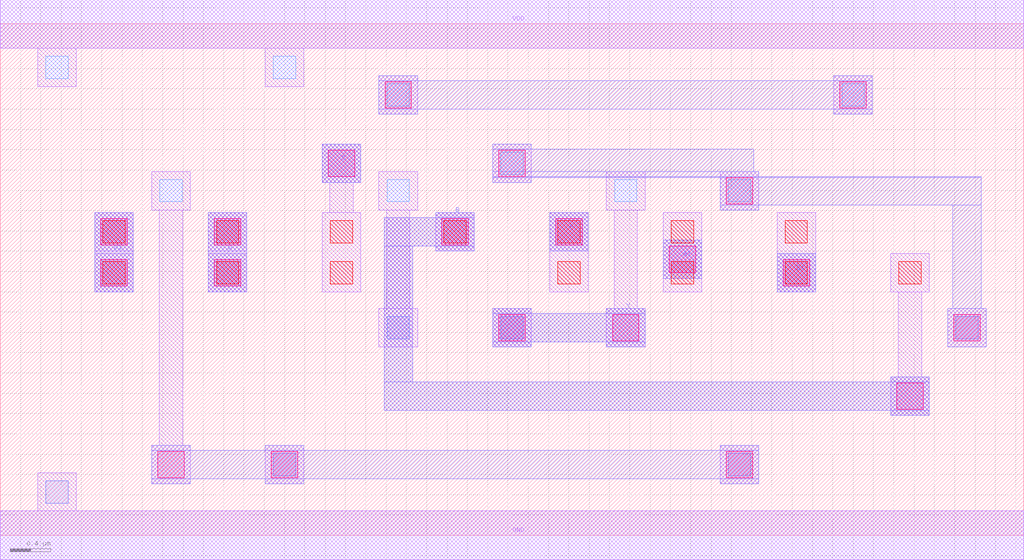
<source format=lef>
MACRO AAOAI2212
 CLASS CORE ;
 FOREIGN AAOAI2212 0 0 ;
 SIZE 10.08 BY 5.04 ;
 ORIGIN 0 0 ;
 SYMMETRY X Y R90 ;
 SITE unit ;
  PIN VDD
   DIRECTION INOUT ;
   USE POWER ;
   SHAPE ABUTMENT ;
    PORT
     CLASS CORE ;
       LAYER met1 ;
        RECT 0.00000000 4.80000000 10.08000000 5.28000000 ;
    END
  END VDD

  PIN GND
   DIRECTION INOUT ;
   USE POWER ;
   SHAPE ABUTMENT ;
    PORT
     CLASS CORE ;
       LAYER met1 ;
        RECT 0.00000000 -0.24000000 10.08000000 0.24000000 ;
    END
  END GND

  PIN Y
   DIRECTION INOUT ;
   USE SIGNAL ;
   SHAPE ABUTMENT ;
    PORT
     CLASS CORE ;
       LAYER met2 ;
        RECT 4.85000000 1.85700000 5.23000000 1.90700000 ;
        RECT 5.97000000 1.85700000 6.35000000 1.90700000 ;
        RECT 4.85000000 1.90700000 6.35000000 2.18700000 ;
        RECT 4.85000000 2.18700000 5.23000000 2.23700000 ;
        RECT 5.97000000 2.18700000 6.35000000 2.23700000 ;
    END
  END Y

  PIN D1
   DIRECTION INOUT ;
   USE SIGNAL ;
   SHAPE ABUTMENT ;
    PORT
     CLASS CORE ;
       LAYER met2 ;
        RECT 0.93000000 2.39700000 1.31000000 3.18200000 ;
    END
  END D1

  PIN D
   DIRECTION INOUT ;
   USE SIGNAL ;
   SHAPE ABUTMENT ;
    PORT
     CLASS CORE ;
       LAYER met2 ;
        RECT 2.05000000 2.39700000 2.43000000 3.18200000 ;
    END
  END D

  PIN A1
   DIRECTION INOUT ;
   USE SIGNAL ;
   SHAPE ABUTMENT ;
    PORT
     CLASS CORE ;
       LAYER met2 ;
        RECT 6.53000000 2.53200000 6.91000000 2.91200000 ;
    END
  END A1

  PIN C
   DIRECTION INOUT ;
   USE SIGNAL ;
   SHAPE ABUTMENT ;
    PORT
     CLASS CORE ;
       LAYER met2 ;
        RECT 3.17000000 3.47700000 3.55000000 3.85700000 ;
    END
  END C

  PIN A
   DIRECTION INOUT ;
   USE SIGNAL ;
   SHAPE ABUTMENT ;
    PORT
     CLASS CORE ;
       LAYER met2 ;
        RECT 5.41000000 2.80200000 5.79000000 3.18200000 ;
    END
  END A

  PIN B1
   DIRECTION INOUT ;
   USE SIGNAL ;
   SHAPE ABUTMENT ;
    PORT
     CLASS CORE ;
       LAYER met2 ;
        RECT 7.65000000 2.39700000 8.03000000 2.77700000 ;
    END
  END B1

  PIN B
   DIRECTION INOUT ;
   USE SIGNAL ;
   SHAPE ABUTMENT ;
    PORT
     CLASS CORE ;
       LAYER met2 ;
        RECT 8.77000000 1.18200000 9.15000000 1.23200000 ;
        RECT 3.78000000 1.23200000 9.15000000 1.51200000 ;
        RECT 8.77000000 1.51200000 9.15000000 1.56200000 ;
        RECT 3.78000000 1.51200000 4.06000000 2.85200000 ;
        RECT 4.29000000 2.80200000 4.67000000 2.85200000 ;
        RECT 3.78000000 2.85200000 4.67000000 3.13200000 ;
        RECT 4.29000000 3.13200000 4.67000000 3.18200000 ;
    END
  END B

 OBS
    LAYER polycont ;
     RECT 1.01000000 2.47700000 1.23000000 2.69700000 ;
     RECT 2.13000000 2.47700000 2.35000000 2.69700000 ;
     RECT 3.25000000 2.47700000 3.47000000 2.69700000 ;
     RECT 5.49000000 2.47700000 5.71000000 2.69700000 ;
     RECT 6.61000000 2.47700000 6.83000000 2.69700000 ;
     RECT 7.73000000 2.47700000 7.95000000 2.69700000 ;
     RECT 8.85000000 2.47700000 9.07000000 2.69700000 ;
     RECT 1.01000000 2.88200000 1.23000000 3.10200000 ;
     RECT 2.13000000 2.88200000 2.35000000 3.10200000 ;
     RECT 3.25000000 2.88200000 3.47000000 3.10200000 ;
     RECT 4.37000000 2.88200000 4.59000000 3.10200000 ;
     RECT 5.49000000 2.88200000 5.71000000 3.10200000 ;
     RECT 6.61000000 2.88200000 6.83000000 3.10200000 ;
     RECT 7.73000000 2.88200000 7.95000000 3.10200000 ;

    LAYER pdiffc ;
     RECT 1.57000000 3.28700000 1.79000000 3.50700000 ;
     RECT 3.81000000 3.28700000 4.03000000 3.50700000 ;
     RECT 6.05000000 3.28700000 6.27000000 3.50700000 ;
     RECT 7.17000000 3.28700000 7.39000000 3.50700000 ;
     RECT 4.93000000 3.55700000 5.15000000 3.77700000 ;
     RECT 3.81000000 4.23200000 4.03000000 4.45200000 ;
     RECT 8.29000000 4.23200000 8.51000000 4.45200000 ;
     RECT 0.45000000 4.50200000 0.67000000 4.72200000 ;
     RECT 2.69000000 4.50200000 2.91000000 4.72200000 ;

    LAYER ndiffc ;
     RECT 0.45000000 0.31700000 0.67000000 0.53700000 ;
     RECT 2.69000000 0.58700000 2.91000000 0.80700000 ;
     RECT 7.17000000 0.58700000 7.39000000 0.80700000 ;
     RECT 3.81000000 1.93700000 4.03000000 2.15700000 ;
     RECT 4.93000000 1.93700000 5.15000000 2.15700000 ;
     RECT 9.41000000 1.93700000 9.63000000 2.15700000 ;

    LAYER met1 ;
     RECT 0.00000000 -0.24000000 10.08000000 0.24000000 ;
     RECT 0.37000000 0.24000000 0.75000000 0.61700000 ;
     RECT 2.61000000 0.50700000 2.99000000 0.88700000 ;
     RECT 7.09000000 0.50700000 7.47000000 0.88700000 ;
     RECT 4.85000000 1.85700000 5.23000000 2.23700000 ;
     RECT 9.33000000 1.85700000 9.71000000 2.23700000 ;
     RECT 0.93000000 2.39700000 1.31000000 2.77700000 ;
     RECT 2.05000000 2.39700000 2.43000000 2.77700000 ;
     RECT 8.77000000 1.18200000 9.15000000 1.56200000 ;
     RECT 8.84500000 1.56200000 9.07500000 2.39700000 ;
     RECT 8.77000000 2.39700000 9.15000000 2.77700000 ;
     RECT 0.93000000 2.80200000 1.31000000 3.18200000 ;
     RECT 2.05000000 2.80200000 2.43000000 3.18200000 ;
     RECT 4.29000000 2.80200000 4.67000000 3.18200000 ;
     RECT 5.41000000 2.39700000 5.79000000 3.18200000 ;
     RECT 6.53000000 2.39700000 6.91000000 3.18200000 ;
     RECT 7.65000000 2.39700000 8.03000000 3.18200000 ;
     RECT 1.49000000 0.50700000 1.87000000 0.88700000 ;
     RECT 1.56500000 0.88700000 1.79500000 3.20700000 ;
     RECT 1.49000000 3.20700000 1.87000000 3.58700000 ;
     RECT 3.73000000 1.85700000 4.11000000 2.23700000 ;
     RECT 3.80500000 2.23700000 4.03500000 3.20700000 ;
     RECT 3.73000000 3.20700000 4.11000000 3.58700000 ;
     RECT 5.97000000 1.85700000 6.35000000 2.23700000 ;
     RECT 6.04500000 2.23700000 6.27500000 3.20700000 ;
     RECT 5.97000000 3.20700000 6.35000000 3.58700000 ;
     RECT 7.09000000 3.20700000 7.47000000 3.58700000 ;
     RECT 3.17000000 2.39700000 3.55000000 3.18200000 ;
     RECT 3.24500000 3.18200000 3.47500000 3.47700000 ;
     RECT 3.17000000 3.47700000 3.55000000 3.85700000 ;
     RECT 4.85000000 3.47700000 5.23000000 3.85700000 ;
     RECT 3.73000000 4.15200000 4.11000000 4.53200000 ;
     RECT 8.21000000 4.15200000 8.59000000 4.53200000 ;
     RECT 0.37000000 4.42200000 0.75000000 4.80000000 ;
     RECT 2.61000000 4.42200000 2.99000000 4.80000000 ;
     RECT 0.00000000 4.80000000 10.08000000 5.28000000 ;

    LAYER via1 ;
     RECT 1.55000000 0.56700000 1.81000000 0.82700000 ;
     RECT 2.67000000 0.56700000 2.93000000 0.82700000 ;
     RECT 7.15000000 0.56700000 7.41000000 0.82700000 ;
     RECT 8.83000000 1.24200000 9.09000000 1.50200000 ;
     RECT 4.91000000 1.91700000 5.17000000 2.17700000 ;
     RECT 6.03000000 1.91700000 6.29000000 2.17700000 ;
     RECT 9.39000000 1.91700000 9.65000000 2.17700000 ;
     RECT 0.99000000 2.45700000 1.25000000 2.71700000 ;
     RECT 2.11000000 2.45700000 2.37000000 2.71700000 ;
     RECT 7.71000000 2.45700000 7.97000000 2.71700000 ;
     RECT 6.59000000 2.59200000 6.85000000 2.85200000 ;
     RECT 0.99000000 2.86200000 1.25000000 3.12200000 ;
     RECT 2.11000000 2.86200000 2.37000000 3.12200000 ;
     RECT 4.35000000 2.86200000 4.61000000 3.12200000 ;
     RECT 5.47000000 2.86200000 5.73000000 3.12200000 ;
     RECT 7.15000000 3.26700000 7.41000000 3.52700000 ;
     RECT 3.23000000 3.53700000 3.49000000 3.79700000 ;
     RECT 4.91000000 3.53700000 5.17000000 3.79700000 ;
     RECT 3.79000000 4.21200000 4.05000000 4.47200000 ;
     RECT 8.27000000 4.21200000 8.53000000 4.47200000 ;

    LAYER met2 ;
     RECT 1.49000000 0.50700000 1.87000000 0.55700000 ;
     RECT 2.61000000 0.50700000 2.99000000 0.55700000 ;
     RECT 7.09000000 0.50700000 7.47000000 0.55700000 ;
     RECT 1.49000000 0.55700000 7.47000000 0.83700000 ;
     RECT 1.49000000 0.83700000 1.87000000 0.88700000 ;
     RECT 2.61000000 0.83700000 2.99000000 0.88700000 ;
     RECT 7.09000000 0.83700000 7.47000000 0.88700000 ;
     RECT 4.85000000 1.85700000 5.23000000 1.90700000 ;
     RECT 5.97000000 1.85700000 6.35000000 1.90700000 ;
     RECT 4.85000000 1.90700000 6.35000000 2.18700000 ;
     RECT 4.85000000 2.18700000 5.23000000 2.23700000 ;
     RECT 5.97000000 2.18700000 6.35000000 2.23700000 ;
     RECT 7.65000000 2.39700000 8.03000000 2.77700000 ;
     RECT 6.53000000 2.53200000 6.91000000 2.91200000 ;
     RECT 0.93000000 2.39700000 1.31000000 3.18200000 ;
     RECT 2.05000000 2.39700000 2.43000000 3.18200000 ;
     RECT 8.77000000 1.18200000 9.15000000 1.23200000 ;
     RECT 3.78000000 1.23200000 9.15000000 1.51200000 ;
     RECT 8.77000000 1.51200000 9.15000000 1.56200000 ;
     RECT 3.78000000 1.51200000 4.06000000 2.85200000 ;
     RECT 4.29000000 2.80200000 4.67000000 2.85200000 ;
     RECT 3.78000000 2.85200000 4.67000000 3.13200000 ;
     RECT 4.29000000 3.13200000 4.67000000 3.18200000 ;
     RECT 5.41000000 2.80200000 5.79000000 3.18200000 ;
     RECT 3.17000000 3.47700000 3.55000000 3.85700000 ;
     RECT 9.33000000 1.85700000 9.71000000 2.23700000 ;
     RECT 7.09000000 3.20700000 7.47000000 3.25700000 ;
     RECT 9.38000000 2.23700000 9.66000000 3.25700000 ;
     RECT 4.85000000 3.47700000 5.23000000 3.52700000 ;
     RECT 7.09000000 3.25700000 9.66000000 3.52700000 ;
     RECT 4.85000000 3.52700000 9.66000000 3.53700000 ;
     RECT 4.85000000 3.53700000 7.47000000 3.58700000 ;
     RECT 4.85000000 3.58700000 7.42000000 3.80700000 ;
     RECT 4.85000000 3.80700000 5.23000000 3.85700000 ;
     RECT 3.73000000 4.15200000 4.11000000 4.20200000 ;
     RECT 8.21000000 4.15200000 8.59000000 4.20200000 ;
     RECT 3.73000000 4.20200000 8.59000000 4.48200000 ;
     RECT 3.73000000 4.48200000 4.11000000 4.53200000 ;
     RECT 8.21000000 4.48200000 8.59000000 4.53200000 ;

 END
END AAOAI2212

</source>
